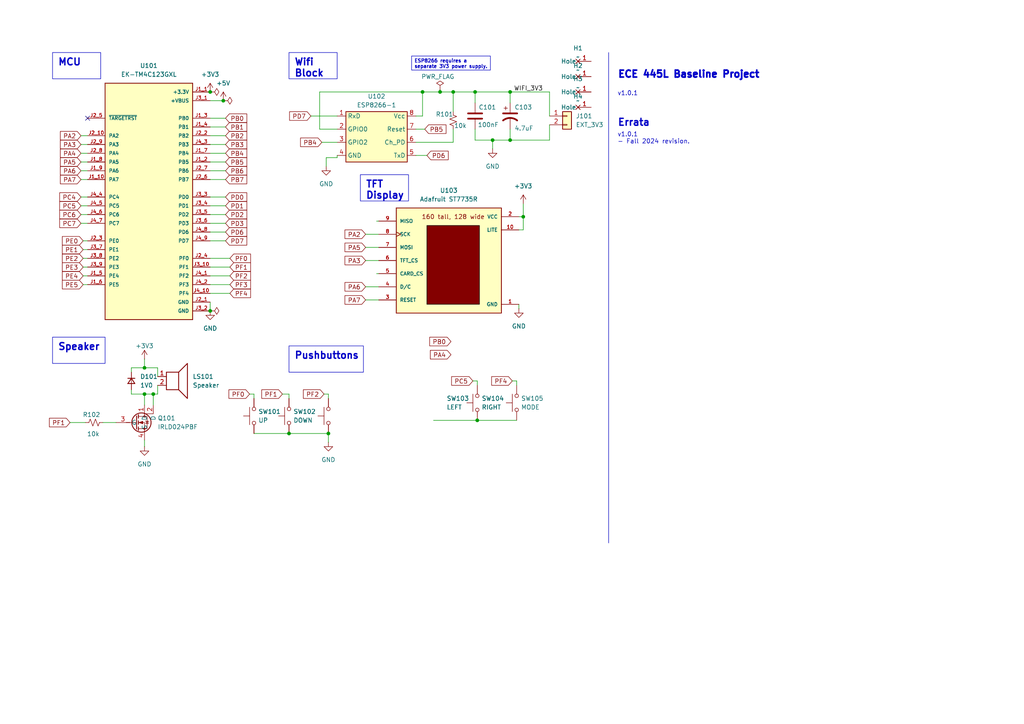
<source format=kicad_sch>
(kicad_sch (version 20231120) (generator "eeschema") (generator_version "8.0")
  (paper "A4")
  (title_block (title "ECE 445L Baseline Project") (date "2024-08-07") (rev "v1.0.1") (company "The University of Texas at Austin"))
  (lib_symbols
    (symbol "Connector_Generic:Conn_01x02" (pin_names (offset 1.016) hide)
      (property "Reference" "J" (at 0 2.54 0))
      (property "Value" "Conn_01x02" (at 0 -5.08 0))
      (symbol "Conn_01x02_1_1"
        (rectangle (start -1.27 -2.413) (end 0 -2.667) (stroke (width 0.1524)))
        (rectangle (start -1.27 0.127) (end 0 -0.127) (stroke (width 0.1524)))
        (rectangle (start -1.27 1.27) (end 1.27 -3.81) (stroke (width 0.254)) (fill (type background)))
        (pin passive line (at -5.08 0 0) (length 3.81) (name "Pin_1") (number "1"))
        (pin passive line (at -5.08 -2.54 0) (length 3.81) (name "Pin_2") (number "2"))
      )
    )
    (symbol "Device:D_Small" (pin_numbers hide) (pin_names (offset 0.254) hide)
      (property "Reference" "D" (at -1.27 2.032 0))
      (property "Value" "D_Small" (at -3.81 -2.032 0))
      (symbol "D_Small_0_1"
        (polyline (pts (xy -0.762 -1.016) (xy -0.762 1.016)) (stroke (width 0.254)))
        (polyline (pts (xy -0.762 0) (xy 0.762 0)))
        (polyline (pts (xy 0.762 -1.016) (xy -0.762 0) (xy 0.762 1.016) (xy 0.762 -1.016)) (stroke (width 0.254)))
      )
      (symbol "D_Small_1_1"
        (pin passive line (at -2.54 0 0) (length 1.778) (name "K") (number "1"))
        (pin passive line (at 2.54 0 180) (length 1.778) (name "A") (number "2"))
      )
    )
    (symbol "Device:Speaker" (pin_names (offset 0) hide)
      (property "Reference" "LS" (at 1.27 5.715 0))
      (property "Value" "Speaker" (at 1.27 3.81 0))
      (symbol "Speaker_0_0"
        (rectangle (start -2.54 1.27) (end 1.016 -3.81) (stroke (width 0.254)))
        (polyline (pts (xy 1.016 1.27) (xy 3.556 3.81) (xy 3.556 -6.35) (xy 1.016 -3.81)) (stroke (width 0.254)))
      )
      (symbol "Speaker_1_1"
        (pin input line (at -5.08 0 0) (length 2.54) (name "1") (number "1"))
        (pin input line (at -5.08 -2.54 0) (length 2.54) (name "2") (number "2"))
      )
    )
    (symbol "ECE445L:Adafruit_ST7735R" (pin_names (offset 1.016))
      (property "Reference" "U?" (at -15.24 16.002 0))
      (property "Value" "Adafruit ST7735R" (at -15.24 -17.78 0))
      (symbol "Adafruit_ST7735R_0_0"
        (rectangle (start -15.24 15.24) (end 15.24 -15.24) (stroke (width 0.254)) (fill (type background)))
      )
      (symbol "Adafruit_ST7735R_1_0"
        (pin power_in line (at 20.32 -12.7 180) (length 5.08) (name "GND") (number "1"))
        (pin power_in line (at 20.32 8.89 180) (length 5.08) (name "LITE") (number "10"))
        (pin power_in line (at 20.32 12.7 180) (length 5.08) (name "VCC") (number "2"))
        (pin input line (at -20.32 -11.43 0) (length 5.08) (name "RESET") (number "3"))
        (pin input line (at -20.32 -7.62 0) (length 5.08) (name "D/C") (number "4"))
        (pin input line (at -20.32 -3.81 0) (length 5.08) (name "CARD_CS") (number "5"))
        (pin input line (at -20.32 0 0) (length 5.08) (name "TFT_CS") (number "6"))
        (pin input line (at -20.32 3.81 0) (length 5.08) (name "MOSI") (number "7"))
        (pin input clock (at -20.32 7.62 0) (length 5.08) (name "SCK") (number "8"))
        (pin output line (at -20.32 11.43 0) (length 5.08) (name "MISO") (number "9"))
      )
      (symbol "Adafruit_ST7735R_1_1"
        (rectangle (start -6.35 10.16) (end 8.89 -12.7) (stroke (width 0) (color 0 0 0 1)) (fill (type color) (color 132 0 0 1)))
        (text "160 tall, 128 wide" (at 1.27 12.7 0) (effects (font (size 1.27 1.27))))
      )
    )
    (symbol "ECE445L:C" (pin_numbers hide) (pin_names (offset 0.254))
      (property "Reference" "C" (at 0.635 2.54 0))
      (property "Value" "C" (at 0.635 -2.54 0))
      (symbol "C_0_1"
        (polyline (pts (xy -2.032 -0.762) (xy 2.032 -0.762)) (stroke (width 0.508)))
        (polyline (pts (xy -2.032 0.762) (xy 2.032 0.762)) (stroke (width 0.508)))
      )
      (symbol "C_1_1"
        (pin passive line (at 0 3.81 270) (length 2.794) (name "~") (number "1"))
        (pin passive line (at 0 -3.81 90) (length 2.794) (name "~") (number "2"))
      )
    )
    (symbol "ECE445L:C_Polarized" (pin_numbers hide) (pin_names (offset 0.254) hide)
      (property "Reference" "C" (at 0.635 2.54 0))
      (property "Value" "C_Polarized" (at 0.635 -2.54 0))
      (symbol "C_Polarized_0_1"
        (polyline (pts (xy -2.032 0.762) (xy 2.032 0.762)) (stroke (width 0.508)))
        (polyline (pts (xy -1.778 2.286) (xy -0.762 2.286)))
        (polyline (pts (xy -1.27 1.778) (xy -1.27 2.794)))
        (arc (start 2.032 -1.27) (mid 0 -0.5572) (end -2.032 -1.27) (stroke (width 0.508)))
      )
      (symbol "C_Polarized_1_1"
        (pin passive line (at 0 3.81 270) (length 2.794) (name "~") (number "1"))
        (pin passive line (at 0 -3.81 90) (length 3.302) (name "~") (number "2"))
      )
    )
    (symbol "ECE445L:EK-TM4C123GXL" (pin_names (offset 1.016))
      (property "Reference" "U?" (at -12.7367 34.3099 0))
      (property "Value" "EK-TM4C123GXL" (at -12.7129 -38.1075 0))
      (symbol "EK-TM4C123GXL_0_0"
        (rectangle (start -12.7 -35.56) (end 12.7 33.02) (stroke (width 0.254)) (fill (type background)))
        (pin power_in line (at 17.78 30.48 180) (length 5.08) (name "+3.3V") (number "J1_1"))
        (pin bidirectional line (at -17.78 5.08 0) (length 5.08) (name "PA7") (number "J1_10"))
        (pin bidirectional line (at 17.78 22.86 180) (length 5.08) (name "PB0") (number "J1_3"))
        (pin bidirectional line (at 17.78 20.32 180) (length 5.08) (name "PB1") (number "J1_4"))
        (pin bidirectional line (at -17.78 -22.86 0) (length 5.08) (name "PE4") (number "J1_5"))
        (pin bidirectional line (at -17.78 -25.4 0) (length 5.08) (name "PE5") (number "J1_6"))
        (pin bidirectional line (at 17.78 12.7 180) (length 5.08) (name "PB4") (number "J1_7"))
        (pin bidirectional line (at -17.78 10.16 0) (length 5.08) (name "PA5") (number "J1_8"))
        (pin bidirectional line (at -17.78 7.62 0) (length 5.08) (name "PA6") (number "J1_9"))
        (pin power_in line (at 17.78 -30.48 180) (length 5.08) (name "GND") (number "J2_1"))
        (pin bidirectional line (at -17.78 17.78 0) (length 5.08) (name "PA2") (number "J2_10"))
        (pin bidirectional line (at 17.78 17.78 180) (length 5.08) (name "PB2") (number "J2_2"))
        (pin bidirectional line (at -17.78 -12.7 0) (length 5.08) (name "PE0") (number "J2_3"))
        (pin bidirectional line (at 17.78 -17.78 180) (length 5.08) (name "PF0") (number "J2_4"))
        (pin input line (at -17.78 22.86 0) (length 5.08) (name "~{TARGETRST}") (number "J2_5"))
        (pin bidirectional line (at 17.78 5.08 180) (length 5.08) (name "PB7") (number "J2_6"))
        (pin bidirectional line (at 17.78 7.62 180) (length 5.08) (name "PB6") (number "J2_7"))
        (pin bidirectional line (at -17.78 12.7 0) (length 5.08) (name "PA4") (number "J2_8"))
        (pin bidirectional line (at -17.78 15.24 0) (length 5.08) (name "PA3") (number "J2_9"))
        (pin power_in line (at 17.78 27.94 180) (length 5.08) (name "+VBUS") (number "J3_1"))
        (pin bidirectional line (at 17.78 -20.32 180) (length 5.08) (name "PF1") (number "J3_10"))
        (pin power_in line (at 17.78 -33.02 180) (length 5.08) (name "GND") (number "J3_2"))
        (pin bidirectional line (at 17.78 0 180) (length 5.08) (name "PD0") (number "J3_3"))
        (pin bidirectional line (at 17.78 -2.54 180) (length 5.08) (name "PD1") (number "J3_4"))
        (pin bidirectional line (at 17.78 -5.08 180) (length 5.08) (name "PD2") (number "J3_5"))
        (pin bidirectional line (at 17.78 -7.62 180) (length 5.08) (name "PD3") (number "J3_6"))
        (pin bidirectional line (at -17.78 -15.24 0) (length 5.08) (name "PE1") (number "J3_7"))
        (pin bidirectional line (at -17.78 -17.78 0) (length 5.08) (name "PE2") (number "J3_8"))
        (pin bidirectional line (at -17.78 -20.32 0) (length 5.08) (name "PE3") (number "J3_9"))
        (pin bidirectional line (at 17.78 -22.86 180) (length 5.08) (name "PF2") (number "J4_1"))
        (pin bidirectional line (at 17.78 -27.94 180) (length 5.08) (name "PF4") (number "J4_10"))
        (pin bidirectional line (at 17.78 -25.4 180) (length 5.08) (name "PF3") (number "J4_2"))
        (pin bidirectional line (at 17.78 15.24 180) (length 5.08) (name "PB3") (number "J4_3"))
        (pin bidirectional line (at -17.78 0 0) (length 5.08) (name "PC4") (number "J4_4"))
        (pin bidirectional line (at -17.78 -2.54 0) (length 5.08) (name "PC5") (number "J4_5"))
        (pin bidirectional line (at -17.78 -5.08 0) (length 5.08) (name "PC6") (number "J4_6"))
        (pin bidirectional line (at -17.78 -7.62 0) (length 5.08) (name "PC7") (number "J4_7"))
        (pin bidirectional line (at 17.78 -10.16 180) (length 5.08) (name "PD6") (number "J4_8"))
        (pin bidirectional line (at 17.78 -12.7 180) (length 5.08) (name "PD7") (number "J4_9"))
      )
      (symbol "EK-TM4C123GXL_1_0"
        (pin bidirectional line (at 17.78 10.16 180) (length 5.08) (name "PB5") (number "J1_2"))
      )
    )
    (symbol "ECE445L:ESP8266-1"
      (property "Reference" "U" (at 0 0 0))
      (property "Value" "ESP8266-1" (at 0 8.255 0))
      (symbol "ESP8266-1_1_1"
        (rectangle (start -8.255 6.985) (end 9.525 -7.62) (stroke (width 0.254)) (fill (type background)))
        (pin passive line (at -10.795 5.715 0) (length 2.54) (name "RxD") (number "1"))
        (pin passive line (at -10.795 1.905 0) (length 2.54) (name "GPIO0") (number "2"))
        (pin passive line (at -10.795 -1.905 0) (length 2.54) (name "GPIO2") (number "3"))
        (pin passive line (at -10.795 -5.715 0) (length 2.54) (name "GND") (number "4"))
        (pin passive line (at 12.065 -5.715 180) (length 2.54) (name "TxD") (number "5"))
        (pin passive line (at 12.065 -1.905 180) (length 2.54) (name "Ch_PD") (number "6"))
        (pin passive line (at 12.065 1.905 180) (length 2.54) (name "Reset") (number "7"))
        (pin passive line (at 12.065 5.715 180) (length 2.54) (name "Vcc") (number "8"))
      )
    )
    (symbol "ECE445L:IRLD024PBF"
      (property "Reference" "Q" (at 6.35 5.715 0))
      (property "Value" "IRLD024PBF" (at 16.51 -1.905 0))
      (symbol "IRLD024PBF_0_1"
        (polyline (pts (xy 11.43 0.635) (xy 8.636 0.635)))
        (polyline (pts (xy 11.684 2.54) (xy 11.684 -1.27)) (stroke (width 0.254)))
        (polyline (pts (xy 12.192 -0.635) (xy 12.192 -1.651)) (stroke (width 0.254)))
        (polyline (pts (xy 12.192 1.143) (xy 12.192 0.127)) (stroke (width 0.254)))
        (polyline (pts (xy 12.192 2.921) (xy 12.192 1.905)) (stroke (width 0.254)))
        (polyline (pts (xy 13.97 3.175) (xy 13.97 2.413)))
        (polyline (pts (xy 16.51 3.175) (xy 13.97 3.175)))
        (polyline (pts (xy 13.97 -1.905) (xy 13.97 0.635) (xy 12.192 0.635)))
        (polyline (pts (xy 12.192 -1.143) (xy 14.732 -1.143) (xy 14.732 2.413) (xy 12.192 2.413)))
        (polyline (pts (xy 12.446 0.635) (xy 13.462 1.016) (xy 13.462 0.254) (xy 12.446 0.635)) (fill (type outline)))
        (polyline (pts (xy 14.224 1.143) (xy 14.351 1.016) (xy 15.113 1.016) (xy 15.24 0.889)))
        (polyline (pts (xy 14.732 1.016) (xy 14.351 0.381) (xy 15.113 0.381) (xy 14.732 1.016)))
        (circle (center 13.081 0.635) (radius 2.794) (stroke (width 0.254)))
        (circle (center 13.97 -1.143) (radius 0.254) (fill (type outline)))
        (circle (center 13.97 2.413) (radius 0.254) (fill (type outline)))
      )
      (symbol "IRLD024PBF_1_1"
        (pin passive line (at 13.97 5.715 270) (length 2.54) (name "D") (number "1"))
        (pin passive line (at 16.51 5.715 270) (length 2.54) (name "D") (number "2"))
        (pin input line (at 5.715 0.635 0) (length 4) (name "G") (number "3"))
        (pin passive line (at 13.97 -4.445 90) (length 2.54) (name "S") (number "4"))
      )
    )
    (symbol "ECE445L:MountingHole"
      (property "Reference" "H" (at 0 0 0))
      (symbol "MountingHole_1_1"
        (pin power_in non_logic (at 0 0 180) (length 3.81) (name "Hole") (number "1"))
      )
    )
    (symbol "ECE445L:R_0.125W" (pin_numbers hide) (pin_names (offset 0.254) hide)
      (property "Reference" "R" (at 0.762 0.508 0))
      (property "Value" "R_0.125W" (at 0.762 -1.016 0))
      (symbol "R_0.125W_1_1"
        (polyline (pts (xy 0 0) (xy 1.016 -0.381) (xy 0 -0.762) (xy -1.016 -1.143) (xy 0 -1.524)))
        (polyline (pts (xy 0 1.524) (xy 1.016 1.143) (xy 0 0.762) (xy -1.016 0.381) (xy 0 0)))
        (pin passive line (at 0 2.54 270) (length 1.016) (name "~") (number "1"))
        (pin passive line (at 0 -2.54 90) (length 1.016) (name "~") (number "2"))
      )
    )
    (symbol "Switch:SW_Push" (pin_numbers hide) (pin_names (offset 1.016) hide)
      (property "Reference" "SW" (at 1.27 2.54 0))
      (property "Value" "SW_Push" (at 0 -1.524 0))
      (symbol "SW_Push_0_1"
        (circle (center -2.032 0) (radius 0.508))
        (polyline (pts (xy 0 1.27) (xy 0 3.048)))
        (polyline (pts (xy 2.54 1.27) (xy -2.54 1.27)))
        (circle (center 2.032 0) (radius 0.508))
        (pin passive line (at -5.08 0 0) (length 2.54) (name "1") (number "1"))
        (pin passive line (at 5.08 0 180) (length 2.54) (name "2") (number "2"))
      )
    )
    (symbol "power:+3V3" (power) (pin_numbers hide) (pin_names (offset 0) hide)
      (property "Value" "+3V3" (at 0 3.556 0))
      (symbol "+3V3_0_1"
        (polyline (pts (xy -0.762 1.27) (xy 0 2.54)))
        (polyline (pts (xy 0 0) (xy 0 2.54)))
        (polyline (pts (xy 0 2.54) (xy 0.762 1.27)))
      )
      (symbol "+3V3_1_1"
        (pin power_in line (at 0 0 90) (length 0) (name "~") (number "1"))
      )
    )
    (symbol "power:+5V" (power) (pin_numbers hide) (pin_names (offset 0) hide)
      (property "Value" "+5V" (at 0 3.556 0))
      (symbol "+5V_0_1"
        (polyline (pts (xy -0.762 1.27) (xy 0 2.54)))
        (polyline (pts (xy 0 0) (xy 0 2.54)))
        (polyline (pts (xy 0 2.54) (xy 0.762 1.27)))
      )
      (symbol "+5V_1_1"
        (pin power_in line (at 0 0 90) (length 0) (name "~") (number "1"))
      )
    )
    (symbol "power:GND" (power) (pin_numbers hide) (pin_names (offset 0) hide)
      (property "Value" "GND" (at 0 -3.81 0))
      (symbol "GND_0_1"
        (polyline (pts (xy 0 0) (xy 0 -1.27) (xy 1.27 -1.27) (xy 0 -2.54) (xy -1.27 -1.27) (xy 0 -1.27)))
      )
      (symbol "GND_1_1"
        (pin power_in line (at 0 0 270) (length 0) (name "~") (number "1"))
      )
    )
    (symbol "power:PWR_FLAG" (power) (pin_numbers hide) (pin_names (offset 0) hide)
      (property "Value" "PWR_FLAG" (at 0 3.81 0))
      (symbol "PWR_FLAG_0_0"
        (pin power_out line (at 0 0 90) (length 0) (name "~") (number "1"))
      )
      (symbol "PWR_FLAG_0_1"
        (polyline (pts (xy 0 0) (xy 0 1.27) (xy -1.016 1.905) (xy 0 2.54) (xy 1.016 1.905) (xy 0 1.27)))
      )
    )
  )
  (junction (at 60.96 26.67))
  (junction (at 95.25 125.73))
  (junction (at 127.635 26.67))
  (junction (at 147.955 26.67))
  (junction (at 41.91 106.68))
  (junction (at 44.45 114.3))
  (junction (at 122.555 26.67))
  (junction (at 137.795 26.67))
  (junction (at 147.955 40.64))
  (junction (at 60.96 90.17))
  (junction (at 41.91 114.3))
  (junction (at 142.875 40.64))
  (junction (at 131.445 26.67))
  (junction (at 83.82 125.73))
  (junction (at 138.43 121.92))
  (junction (at 151.765 62.865))
  (junction (at 64.77 29.21))
  (no_connect (at 25.4 34.29))
  (wire (pts (xy 60.96 41.91) (xy 65.405 41.91)))
  (wire (pts (xy 106.045 71.755) (xy 109.855 71.755)))
  (wire (pts (xy 93.345 41.275) (xy 97.79 41.275)))
  (wire (pts (xy 81.915 114.3) (xy 83.82 114.3)))
  (wire (pts (xy 73.66 114.3) (xy 73.66 115.57)))
  (wire (pts (xy 149.86 110.49) (xy 149.86 111.76)))
  (wire (pts (xy 60.96 52.07) (xy 65.405 52.07)))
  (wire (pts (xy 60.96 36.83) (xy 65.405 36.83)))
  (wire (pts (xy 95.25 125.73) (xy 95.25 128.27)))
  (wire (pts (xy 20.32 122.555) (xy 24.765 122.555)))
  (wire (pts (xy 38.1 106.68) (xy 41.91 106.68)))
  (wire (pts (xy 94.615 45.72) (xy 94.615 48.26)))
  (wire (pts (xy 60.96 69.85) (xy 65.405 69.85)))
  (wire (pts (xy 131.445 41.275) (xy 131.445 37.465)))
  (wire (pts (xy 23.495 64.77) (xy 25.4 64.77)))
  (wire (pts (xy 147.955 40.64) (xy 159.385 40.64)))
  (wire (pts (xy 120.65 45.085) (xy 123.825 45.085)))
  (wire (pts (xy 60.96 77.47) (xy 66.675 77.47)))
  (wire (pts (xy 45.72 111.76) (xy 45.72 114.3)))
  (wire (pts (xy 92.71 26.67) (xy 92.71 37.465)))
  (wire (pts (xy 106.045 75.565) (xy 109.855 75.565)))
  (wire (pts (xy 24.13 77.47) (xy 25.4 77.47)))
  (wire (pts (xy 73.66 125.73) (xy 83.82 125.73)))
  (wire (pts (xy 23.495 62.23) (xy 25.4 62.23)))
  (wire (pts (xy 97.79 45.72) (xy 94.615 45.72)))
  (wire (pts (xy 23.495 41.91) (xy 25.4 41.91)))
  (wire (pts (xy 142.875 40.64) (xy 137.795 40.64)))
  (wire (pts (xy 41.91 104.14) (xy 41.91 106.68)))
  (wire (pts (xy 29.845 122.555) (xy 33.655 122.555)))
  (wire (pts (xy 60.96 39.37) (xy 65.405 39.37)))
  (wire (pts (xy 109.22 79.375) (xy 109.855 79.375)))
  (wire (pts (xy 60.96 87.63) (xy 60.96 90.17)))
  (wire (pts (xy 41.91 114.3) (xy 44.45 114.3)))
  (wire (pts (xy 131.445 26.67) (xy 127.635 26.67)))
  (wire (pts (xy 24.13 72.39) (xy 25.4 72.39)))
  (wire (pts (xy 72.39 114.3) (xy 73.66 114.3)))
  (wire (pts (xy 38.1 106.68) (xy 38.1 107.95)))
  (wire (pts (xy 60.96 85.09) (xy 66.675 85.09)))
  (wire (pts (xy 24.13 69.85) (xy 25.4 69.85)))
  (wire (pts (xy 38.1 114.3) (xy 41.91 114.3)))
  (wire (pts (xy 127.635 26.035) (xy 127.635 26.67)))
  (wire (pts (xy 23.495 49.53) (xy 25.4 49.53)))
  (wire (pts (xy 60.96 80.01) (xy 66.675 80.01)))
  (wire (pts (xy 120.65 33.655) (xy 122.555 33.655)))
  (wire (pts (xy 60.96 34.29) (xy 65.405 34.29)))
  (wire (pts (xy 151.765 59.055) (xy 151.765 62.865)))
  (wire (pts (xy 148.59 110.49) (xy 149.86 110.49)))
  (wire (pts (xy 24.13 80.01) (xy 25.4 80.01)))
  (wire (pts (xy 106.045 67.945) (xy 109.855 67.945)))
  (wire (pts (xy 83.82 114.3) (xy 83.82 115.57)))
  (wire (pts (xy 97.79 45.085) (xy 97.79 45.72)))
  (wire (pts (xy 23.495 39.37) (xy 25.4 39.37)))
  (wire (pts (xy 83.82 125.73) (xy 95.25 125.73)))
  (wire (pts (xy 137.16 110.49) (xy 138.43 110.49)))
  (wire (pts (xy 120.65 37.465) (xy 123.19 37.465)))
  (wire (pts (xy 23.495 44.45) (xy 25.4 44.45)))
  (wire (pts (xy 90.17 33.655) (xy 97.79 33.655)))
  (wire (pts (xy 60.96 29.21) (xy 64.77 29.21)))
  (wire (pts (xy 142.875 40.64) (xy 147.955 40.64)))
  (wire (pts (xy 137.795 26.67) (xy 131.445 26.67)))
  (polyline (pts (xy 176.53 15.24) (xy 176.53 157.48)))
  (wire (pts (xy 24.13 82.55) (xy 25.4 82.55)))
  (wire (pts (xy 23.495 52.07) (xy 25.4 52.07)))
  (wire (pts (xy 106.045 83.185) (xy 109.855 83.185)))
  (wire (pts (xy 151.765 66.675) (xy 151.765 62.865)))
  (wire (pts (xy 109.22 64.135) (xy 109.855 64.135)))
  (wire (pts (xy 147.955 26.67) (xy 137.795 26.67)))
  (wire (pts (xy 106.045 86.995) (xy 109.855 86.995)))
  (wire (pts (xy 44.45 114.3) (xy 45.72 114.3)))
  (wire (pts (xy 23.495 46.99) (xy 25.4 46.99)))
  (wire (pts (xy 93.98 114.3) (xy 95.25 114.3)))
  (wire (pts (xy 127.635 26.67) (xy 122.555 26.67)))
  (wire (pts (xy 138.43 121.92) (xy 149.86 121.92)))
  (wire (pts (xy 150.495 66.675) (xy 151.765 66.675)))
  (wire (pts (xy 137.795 40.64) (xy 137.795 37.465)))
  (wire (pts (xy 159.385 36.195) (xy 159.385 40.64)))
  (wire (pts (xy 97.79 37.465) (xy 92.71 37.465)))
  (wire (pts (xy 60.96 64.77) (xy 65.405 64.77)))
  (wire (pts (xy 150.495 88.265) (xy 150.495 89.535)))
  (wire (pts (xy 137.795 26.67) (xy 137.795 29.845)))
  (wire (pts (xy 120.65 41.275) (xy 131.445 41.275)))
  (wire (pts (xy 41.91 114.3) (xy 41.91 117.475)))
  (wire (pts (xy 142.875 43.18) (xy 142.875 40.64)))
  (wire (pts (xy 95.25 114.3) (xy 95.25 115.57)))
  (wire (pts (xy 122.555 33.655) (xy 122.555 26.67)))
  (wire (pts (xy 60.96 82.55) (xy 66.675 82.55)))
  (wire (pts (xy 60.96 74.93) (xy 66.675 74.93)))
  (wire (pts (xy 138.43 110.49) (xy 138.43 111.76)))
  (wire (pts (xy 131.445 26.67) (xy 131.445 32.385)))
  (wire (pts (xy 44.45 114.3) (xy 44.45 117.475)))
  (wire (pts (xy 60.96 44.45) (xy 65.405 44.45)))
  (wire (pts (xy 60.96 67.31) (xy 65.405 67.31)))
  (wire (pts (xy 60.96 57.15) (xy 65.405 57.15)))
  (wire (pts (xy 23.495 57.15) (xy 25.4 57.15)))
  (wire (pts (xy 45.72 106.68) (xy 45.72 109.22)))
  (wire (pts (xy 41.91 127.635) (xy 41.91 129.54)))
  (wire (pts (xy 147.955 40.64) (xy 147.955 37.465)))
  (wire (pts (xy 125.73 121.92) (xy 138.43 121.92)))
  (wire (pts (xy 60.96 59.69) (xy 65.405 59.69)))
  (wire (pts (xy 147.955 26.67) (xy 147.955 29.845)))
  (wire (pts (xy 122.555 26.67) (xy 92.71 26.67)))
  (wire (pts (xy 23.495 59.69) (xy 25.4 59.69)))
  (wire (pts (xy 60.96 46.99) (xy 65.405 46.99)))
  (wire (pts (xy 159.385 26.67) (xy 159.385 33.655)))
  (wire (pts (xy 150.495 62.865) (xy 151.765 62.865)))
  (wire (pts (xy 60.96 62.23) (xy 65.405 62.23)))
  (wire (pts (xy 41.91 106.68) (xy 45.72 106.68)))
  (wire (pts (xy 60.96 49.53) (xy 65.405 49.53)))
  (wire (pts (xy 24.13 74.93) (xy 25.4 74.93)))
  (wire (pts (xy 159.385 26.67) (xy 147.955 26.67)))
  (wire (pts (xy 38.1 114.3) (xy 38.1 113.03)))
  (text_box "MCU" (at 15.24 15.24 0) (size 13.97 7.62) (effects (font (size 2 2) (thickness 0.4) (bold yes)) (justify left top)))
  (text_box "ESP8266 requires a separate 3V3 power supply." (at 119.38 16.256 0) (size 22.86 4.064) (effects (font (size 1 1) (bold yes)) (justify left top)))
  (text_box "Speaker" (at 15.24 97.79 0) (size 15.24 7.62) (effects (font (size 2 2) (thickness 0.4) (bold yes)) (justify left top)))
  (text_box "Pushbuttons" (at 83.82 100.33 0) (size 21.59 7.62) (effects (font (size 2 2) (thickness 0.4) (bold yes)) (justify left top)))
  (text_box "TFT Display" (at 104.521 50.673 0) (size 13.97 7.62) (effects (font (size 2 2) (thickness 0.4) (bold yes)) (justify left top)))
  (text_box "Wifi Block" (at 83.82 15.24 0) (size 13.97 7.62) (effects (font (size 2 2) (thickness 0.4) (bold yes)) (justify left top)))
  (text "v1.0.1\n- Fall 2024 revision." (at 179.07 41.91 0) (effects (font (size 1.27 1.27)) (justify left bottom)))
  (text "ECE 445L Baseline Project" (at 179.07 22.86 0) (effects (font (size 2 2) (thickness 0.6) (bold yes)) (justify left bottom)))
  (text "v1.0.1" (at 179.07 27.94 0) (effects (font (size 1.27 1.27)) (justify left bottom)))
  (text "Errata" (at 179.07 36.83 0) (effects (font (size 2 2) (thickness 0.4) (bold yes)) (justify left bottom)))
  (label "WIFI_3V3" (at 157.48 26.67 180))
  (global_label "PC5" (shape input) (at 23.495 59.69 180) (property "Intersheetrefs" "${INTERSHEET_REFS}" (effects (hide yes))))
  (global_label "PB6" (shape input) (at 65.405 49.53 0) (property "Intersheetrefs" "${INTERSHEET_REFS}" (effects (hide yes))))
  (global_label "PB2" (shape input) (at 65.405 39.37 0) (property "Intersheetrefs" "${INTERSHEET_REFS}" (effects (hide yes))))
  (global_label "PA7" (shape input) (at 23.495 52.07 180) (property "Intersheetrefs" "${INTERSHEET_REFS}" (effects (hide yes))))
  (global_label "PA4" (shape input) (at 23.495 44.45 180) (property "Intersheetrefs" "${INTERSHEET_REFS}" (effects (hide yes))))
  (global_label "PB5" (shape input) (at 65.405 46.99 0) (property "Intersheetrefs" "${INTERSHEET_REFS}" (effects (hide yes))))
  (global_label "PB3" (shape input) (at 65.405 41.91 0) (property "Intersheetrefs" "${INTERSHEET_REFS}" (effects (hide yes))))
  (global_label "PD7" (shape input) (at 65.405 69.85 0) (property "Intersheetrefs" "${INTERSHEET_REFS}" (effects (hide yes))))
  (global_label "PE0" (shape input) (at 24.13 69.85 180) (property "Intersheetrefs" "${INTERSHEET_REFS}" (effects (hide yes))))
  (global_label "PD1" (shape input) (at 65.405 59.69 0) (property "Intersheetrefs" "${INTERSHEET_REFS}" (effects (hide yes))))
  (global_label "PF4" (shape input) (at 66.675 85.09 0) (property "Intersheetrefs" "${INTERSHEET_REFS}" (effects (hide yes))))
  (global_label "PE3" (shape input) (at 24.13 77.47 180) (property "Intersheetrefs" "${INTERSHEET_REFS}" (effects (hide yes))))
  (global_label "PC7" (shape input) (at 23.495 64.77 180) (property "Intersheetrefs" "${INTERSHEET_REFS}" (effects (hide yes))))
  (global_label "PA2" (shape input) (at 106.045 67.945 180) (property "Intersheetrefs" "${INTERSHEET_REFS}" (effects (hide yes))))
  (global_label "PD7" (shape input) (at 90.17 33.655 180) (property "Intersheetrefs" "${INTERSHEET_REFS}" (effects (hide yes))))
  (global_label "PB4" (shape input) (at 93.345 41.275 180) (property "Intersheetrefs" "${INTERSHEET_REFS}" (effects (hide yes))))
  (global_label "PF1" (shape input) (at 81.915 114.3 180) (property "Intersheetrefs" "${INTERSHEET_REFS}" (effects (hide yes))))
  (global_label "PE2" (shape input) (at 24.13 74.93 180) (property "Intersheetrefs" "${INTERSHEET_REFS}" (effects (hide yes))))
  (global_label "PA3" (shape input) (at 23.495 41.91 180) (property "Intersheetrefs" "${INTERSHEET_REFS}" (effects (hide yes))))
  (global_label "PE4" (shape input) (at 24.13 80.01 180) (property "Intersheetrefs" "${INTERSHEET_REFS}" (effects (hide yes))))
  (global_label "PC4" (shape input) (at 23.495 57.15 180) (property "Intersheetrefs" "${INTERSHEET_REFS}" (effects (hide yes))))
  (global_label "PB0" (shape input) (at 65.405 34.29 0) (property "Intersheetrefs" "${INTERSHEET_REFS}" (effects (hide yes))))
  (global_label "PE1" (shape input) (at 24.13 72.39 180) (property "Intersheetrefs" "${INTERSHEET_REFS}" (effects (hide yes))))
  (global_label "PF3" (shape input) (at 66.675 82.55 0) (property "Intersheetrefs" "${INTERSHEET_REFS}" (effects (hide yes))))
  (global_label "PF0" (shape input) (at 72.39 114.3 180) (property "Intersheetrefs" "${INTERSHEET_REFS}" (effects (hide yes))))
  (global_label "PD3" (shape input) (at 65.405 64.77 0) (property "Intersheetrefs" "${INTERSHEET_REFS}" (effects (hide yes))))
  (global_label "PF2" (shape input) (at 93.98 114.3 180) (property "Intersheetrefs" "${INTERSHEET_REFS}" (effects (hide yes))))
  (global_label "PD0" (shape input) (at 65.405 57.15 0) (property "Intersheetrefs" "${INTERSHEET_REFS}" (effects (hide yes))))
  (global_label "PB7" (shape input) (at 65.405 52.07 0) (property "Intersheetrefs" "${INTERSHEET_REFS}" (effects (hide yes))))
  (global_label "PD6" (shape input) (at 123.825 45.085 0) (property "Intersheetrefs" "${INTERSHEET_REFS}" (effects (hide yes))))
  (global_label "PA2" (shape input) (at 23.495 39.37 180) (property "Intersheetrefs" "${INTERSHEET_REFS}" (effects (hide yes))))
  (global_label "PA7" (shape input) (at 106.045 86.995 180) (property "Intersheetrefs" "${INTERSHEET_REFS}" (effects (hide yes))))
  (global_label "PF1" (shape input) (at 20.32 122.555 180) (property "Intersheetrefs" "${INTERSHEET_REFS}" (effects (hide yes))))
  (global_label "PA6" (shape input) (at 106.045 83.185 180) (property "Intersheetrefs" "${INTERSHEET_REFS}" (effects (hide yes))))
  (global_label "PF0" (shape input) (at 66.675 74.93 0) (property "Intersheetrefs" "${INTERSHEET_REFS}" (effects (hide yes))))
  (global_label "PC6" (shape input) (at 23.495 62.23 180) (property "Intersheetrefs" "${INTERSHEET_REFS}" (effects (hide yes))))
  (global_label "PC5" (shape input) (at 137.16 110.49 180) (property "Intersheetrefs" "${INTERSHEET_REFS}" (effects (hide yes))))
  (global_label "PE5" (shape input) (at 24.13 82.55 180) (property "Intersheetrefs" "${INTERSHEET_REFS}" (effects (hide yes))))
  (global_label "PF4" (shape input) (at 148.59 110.49 180) (property "Intersheetrefs" "${INTERSHEET_REFS}" (effects (hide yes))))
  (global_label "PB5" (shape input) (at 123.19 37.465 0) (property "Intersheetrefs" "${INTERSHEET_REFS}" (effects (hide yes))))
  (global_label "PA3" (shape input) (at 106.045 75.565 180) (property "Intersheetrefs" "${INTERSHEET_REFS}" (effects (hide yes))))
  (global_label "PD6" (shape input) (at 65.405 67.31 0) (property "Intersheetrefs" "${INTERSHEET_REFS}" (effects (hide yes))))
  (global_label "PA4" (shape input) (at 130.81 102.87 180) (property "Intersheetrefs" "${INTERSHEET_REFS}" (effects (hide yes))))
  (global_label "PF1" (shape input) (at 66.675 77.47 0) (property "Intersheetrefs" "${INTERSHEET_REFS}" (effects (hide yes))))
  (global_label "PB1" (shape input) (at 65.405 36.83 0) (property "Intersheetrefs" "${INTERSHEET_REFS}" (effects (hide yes))))
  (global_label "PA6" (shape input) (at 23.495 49.53 180) (property "Intersheetrefs" "${INTERSHEET_REFS}" (effects (hide yes))))
  (global_label "PA5" (shape input) (at 106.045 71.755 180) (property "Intersheetrefs" "${INTERSHEET_REFS}" (effects (hide yes))))
  (global_label "PD2" (shape input) (at 65.405 62.23 0) (property "Intersheetrefs" "${INTERSHEET_REFS}" (effects (hide yes))))
  (global_label "PF2" (shape input) (at 66.675 80.01 0) (property "Intersheetrefs" "${INTERSHEET_REFS}" (effects (hide yes))))
  (global_label "PB0" (shape input) (at 130.81 99.06 180) (property "Intersheetrefs" "${INTERSHEET_REFS}" (effects (hide yes))))
  (global_label "PB4" (shape input) (at 65.405 44.45 0) (property "Intersheetrefs" "${INTERSHEET_REFS}" (effects (hide yes))))
  (global_label "PA5" (shape input) (at 23.495 46.99 180) (property "Intersheetrefs" "${INTERSHEET_REFS}" (effects (hide yes))))
  (symbol (lib_id "power:PWR_FLAG") (at 60.96 90.17 270) (unit 1)
    (property "Reference" "#FLG0102" (effects (hide yes)))
    (property "Value" "PWR_FLAG" (effects (hide yes)))
    (property "Description" "Special symbol for telling ERC where power comes from" (effects (hide yes)))
  )
  (symbol (lib_id "Device:D_Small") (at 38.1 110.49 270) (unit 1)
    (property "Reference" "D101" (at 40.64 109.22 90) (effects (justify left)))
    (property "Value" "1V0" (at 40.64 111.76 90) (effects (justify left)))
    (property "Footprint" "Diode_THT:D_5W_P12.70mm_Horizontal" (effects (hide yes)))
    (property "Description" "Diode, small symbol" (effects (hide yes)))
    (property "Cost" "0.10 " (effects (hide yes)))
    (property "Distributor" "Mouser" (effects (hide yes)))
    (property "Manufacturer" "onsemi" (effects (hide yes)))
    (property "P/N" "1N914 " (effects (hide yes)))
    (property "Sim.Device" "D" (effects (hide yes)))
    (property "Sim.Pins" "1=K 2=A" (effects (hide yes)))
  )
  (symbol (lib_id "ECE445L:EK-TM4C123GXL") (at 43.18 57.15 0) (unit 1)
    (property "Reference" "U101" (at 43.18 19.05 0))
    (property "Value" "EK-TM4C123GXL" (at 43.18 21.59 0))
    (property "Footprint" "ECE445L:ti_EKTM4C123GXL" (effects (hide yes)))
    (property "Datasheet" "https://www.ti.com/lit/ds/symlink/tm4c123gh6pm.pdf?ts=1693244962384&ref_url=https%253A%252F%252Fwww.google.com%252F" (effects (hide yes)))
    (property "Distributor" "Mouser" (effects (hide yes)))
    (property "Manufacturer" "Texas Instruments" (effects (hide yes)))
    (property "P/N" "EK-TM4C123GXL" (effects (hide yes)))
    (property "Cost" "22.60" (effects (hide yes)))
  )
  (symbol (lib_id "ECE445L:IRLD024PBF") (at 27.94 123.19 0) (unit 1)
    (property "Reference" "Q101" (at 45.72 121.2849 0) (effects (justify left)))
    (property "Value" "IRLD024PBF" (at 45.72 123.8249 0) (effects (justify left)))
    (property "Footprint" "ECE445L:DIP920W60P254L490H457Q4N" (effects (hide yes)))
    (property "Datasheet" "http://www.vishay.com/docs/91308/sihld24.pdf" (effects (hide yes)))
    (property "Description" "Vishay IRLD024PBF N-channel MOSFET Transistor, 2.5 A, 60 V, 4-Pin HVMDIP" (effects (hide yes)))
    (property "Cost" "1.67" (effects (hide yes)))
    (property "Distributor" "Mouser" (effects (hide yes)))
    (property "Manufacturer" "Vishay" (effects (hide yes)))
    (property "P/N" "IRLD024PBF" (effects (hide yes)))
    (property "Sim.Device" "NMOS" (effects (hide yes)))
    (property "Sim.Type" "VDMOS" (effects (hide yes)))
    (property "Sim.Pins" "1=D 2=G 3=S" (effects (hide yes)))
    (property "Height" "4.57" (effects (hide yes)))
    (property "Mouser Part Number" "844-IRLD024PBF" (effects (hide yes)))
    (property "Mouser Price/Stock" "https://www.mouser.co.uk/ProductDetail/Vishay-Siliconix/IRLD024PBF?qs=cvaI6ThkwxvrmVanJu5OcQ%3D%3D" (effects (hide yes)))
    (property "Manufacturer_Name" "Vishay" (effects (hide yes)))
    (property "Manufacturer_Part_Number" "IRLD024PBF" (effects (hide yes)))
  )
  (symbol (lib_id "power:PWR_FLAG") (at 64.77 29.21 270) (unit 1)
    (property "Reference" "#FLG0103" (effects (hide yes)))
    (property "Value" "PWR_FLAG" (effects (hide yes)))
    (property "Description" "Special symbol for telling ERC where power comes from" (effects (hide yes)))
  )
  (symbol (lib_id "Switch:SW_Push") (at 73.66 120.65 90) (unit 1)
    (property "Reference" "SW101" (at 74.93 119.38 90) (effects (justify right)))
    (property "Value" "UP" (at 74.93 121.92 90) (effects (justify right)))
    (property "Footprint" "Button_Switch_THT:SW_PUSH_6mm" (effects (hide yes)))
    (property "Description" "Push button switch, generic, two pins" (effects (hide yes)))
  )
  (symbol (lib_id "ECE445L:MountingHole") (at 171.45 22.225 0) (unit 1)
    (property "Reference" "H2" (at 167.64 19.05 0))
    (property "Value" "~" (at 167.64 20.32 0))
    (property "Footprint" "ECE445L:MountingHole_4_40" (effects (hide yes)))
    (property "Description" "Drill hole for 4-40 screw" (effects (hide yes)))
  )
  (symbol (lib_id "Connector_Generic:Conn_01x02") (at 164.465 33.655 0) (unit 1)
    (property "Reference" "J101" (at 167.005 33.655 0) (effects (justify left)))
    (property "Value" "EXT_3V3" (at 167.005 36.195 0) (effects (justify left)))
    (property "Footprint" "Connector_Samtec_HPM_THT:Samtec_HPM-02-01-x-S_Straight_1x02_Pitch5.08mm" (effects (hide yes)))
    (property "Description" "Generic connector, single row, 01x02, script generated (kicad-library-utils/schlib/autogen/connector/)" (effects (hide yes)))
  )
  (symbol (lib_id "ECE445L:C_Polarized") (at 147.955 33.655 0) (unit 1)
    (property "Reference" "C103" (at 149.225 31.115 0) (effects (justify left)))
    (property "Value" "4.7uF" (at 149.225 37.211 0) (effects (justify left)))
    (property "Footprint" "ECE445L:CP_Radial_Tantal200mil" (effects (hide yes)))
    (property "Description" "Polarized capacitor, US symbol" (effects (hide yes)))
  )
  (symbol (lib_id "power:GND") (at 94.615 48.26 0) (unit 1)
    (property "Reference" "#PWR03" (effects (hide yes)))
    (property "Value" "GND" (at 94.615 53.34 0))
    (property "Description" "Power symbol creates a global label with name \"GND\" , ground" (effects (hide yes)))
  )
  (symbol (lib_id "power:+5V") (at 64.77 29.21 0) (unit 1)
    (property "Reference" "#PWR0105" (effects (hide yes)))
    (property "Value" "+5V" (at 64.77 24.13 0))
    (property "Description" "Power symbol creates a global label with name \"+5V\"" (effects (hide yes)))
  )
  (symbol (lib_id "power:GND") (at 95.25 128.27 0) (unit 1)
    (property "Reference" "#PWR0107" (effects (hide yes)))
    (property "Value" "GND" (at 95.25 133.35 0))
    (property "Description" "Power symbol creates a global label with name \"GND\" , ground" (effects (hide yes)))
  )
  (symbol (lib_id "power:GND") (at 150.495 89.535 0) (unit 1)
    (property "Reference" "#PWR02" (effects (hide yes)))
    (property "Value" "GND" (at 150.495 94.615 0))
    (property "Description" "Power symbol creates a global label with name \"GND\" , ground" (effects (hide yes)))
  )
  (symbol (lib_id "ECE445L:C") (at 137.795 33.655 0) (unit 1)
    (property "Reference" "C101" (at 138.811 31.115 0) (effects (justify left)))
    (property "Value" "100nF" (at 138.557 36.195 0) (effects (justify left)))
    (property "Footprint" "ECE445L:C_Axial_200mil" (effects (hide yes)))
    (property "Description" "Unpolarized capacitor" (effects (hide yes)))
  )
  (symbol (lib_id "ECE445L:MountingHole") (at 171.45 26.67 0) (unit 1)
    (property "Reference" "H3" (at 167.64 22.86 0))
    (property "Value" "~" (at 167.64 25.4 0))
    (property "Footprint" "ECE445L:MountingHole_4_40" (effects (hide yes)))
    (property "Description" "Drill hole for 4-40 screw" (effects (hide yes)))
  )
  (symbol (lib_id "ECE445L:R_0.125W") (at 131.445 34.925 0) (unit 1)
    (property "Reference" "R101" (at 126.365 33.147 0) (effects (justify left)))
    (property "Value" "10k" (at 131.699 36.449 0) (effects (justify left)))
    (property "Footprint" "ECE445L:R_Axial_DIN0204_L3.6mm_D1.6mm_P7.62mm_Horizontal" (effects (hide yes)))
    (property "Datasheet" "https://users.ece.utexas.edu/~valvano/mspm0/CarbonFilmresistors.pdf" (effects (hide yes)))
    (property "Description" "Resistor, small US symbol" (effects (hide yes)))
  )
  (symbol (lib_id "power:+3V3") (at 151.765 59.055 0) (unit 1)
    (property "Reference" "#PWR01" (effects (hide yes)))
    (property "Value" "+3V3" (at 151.765 53.975 0))
    (property "Description" "Power symbol creates a global label with name \"+3V3\"" (effects (hide yes)))
  )
  (symbol (lib_id "Switch:SW_Push") (at 83.82 120.65 90) (unit 1)
    (property "Reference" "SW102" (at 85.09 119.38 90) (effects (justify right)))
    (property "Value" "DOWN" (at 85.09 121.92 90) (effects (justify right)))
    (property "Footprint" "Button_Switch_THT:SW_PUSH_6mm" (effects (hide yes)))
    (property "Description" "Push button switch, generic, two pins" (effects (hide yes)))
  )
  (symbol (lib_id "power:GND") (at 142.875 43.18 0) (unit 1)
    (property "Reference" "#PWR0108" (effects (hide yes)))
    (property "Value" "GND" (at 142.875 48.26 0))
    (property "Description" "Power symbol creates a global label with name \"GND\" , ground" (effects (hide yes)))
  )
  (symbol (lib_id "Switch:SW_Push") (at 95.25 120.65 90) (unit 1)
    (property "Reference" "SW103" (at 129.54 115.57 90) (effects (justify right)))
    (property "Value" "LEFT" (at 129.54 118.11 90) (effects (justify right)))
    (property "Footprint" "Button_Switch_THT:SW_PUSH_6mm" (effects (hide yes)))
    (property "Description" "Push button switch, generic, two pins" (effects (hide yes)))
  )
  (symbol (lib_id "Switch:SW_Push") (at 138.43 116.84 90) (unit 1)
    (property "Reference" "SW104" (at 139.7 115.57 90) (effects (justify right)))
    (property "Value" "RIGHT" (at 139.7 118.11 90) (effects (justify right)))
    (property "Footprint" "Button_Switch_THT:SW_PUSH_6mm" (effects (hide yes)))
    (property "Description" "Push button switch, generic, two pins" (effects (hide yes)))
  )
  (symbol (lib_id "power:+3V3") (at 60.96 26.67 0) (unit 1)
    (property "Reference" "#PWR0103" (effects (hide yes)))
    (property "Value" "+3V3" (at 60.96 21.59 0))
    (property "Description" "Power symbol creates a global label with name \"+3V3\"" (effects (hide yes)))
  )
  (symbol (lib_id "Switch:SW_Push") (at 149.86 116.84 90) (unit 1)
    (property "Reference" "SW105" (at 151.13 115.57 90) (effects (justify right)))
    (property "Value" "MODE" (at 151.13 118.11 90) (effects (justify right)))
    (property "Footprint" "Button_Switch_THT:SW_PUSH_6mm" (effects (hide yes)))
    (property "Description" "Push button switch, generic, two pins" (effects (hide yes)))
  )
  (symbol (lib_id "power:GND") (at 41.91 129.54 0) (unit 1)
    (property "Reference" "#PWR0102" (effects (hide yes)))
    (property "Value" "GND" (at 41.91 134.62 0))
    (property "Description" "Power symbol creates a global label with name \"GND\" , ground" (effects (hide yes)))
  )
  (symbol (lib_id "power:PWR_FLAG") (at 60.96 26.67 270) (unit 1)
    (property "Reference" "#FLG0101" (effects (hide yes)))
    (property "Value" "PWR_FLAG" (effects (hide yes)))
    (property "Description" "Special symbol for telling ERC where power comes from" (effects (hide yes)))
  )
  (symbol (lib_id "Device:Speaker") (at 50.8 109.22 0) (unit 1)
    (property "Reference" "LS101" (at 55.88 109.22 0) (effects (justify left)))
    (property "Value" "Speaker" (at 55.88 111.76 0) (effects (justify left)))
    (property "Footprint" "Connector_PinHeader_2.54mm:PinHeader_1x02_P2.54mm_Vertical" (effects (hide yes)))
    (property "Description" "Speaker" (effects (hide yes)))
  )
  (symbol (lib_id "power:PWR_FLAG") (at 127.635 26.035 0) (unit 1)
    (property "Reference" "#FLG0104" (effects (hide yes)))
    (property "Value" "PWR_FLAG" (at 127 22.225 0))
    (property "Description" "Special symbol for telling ERC where power comes from" (effects (hide yes)))
  )
  (symbol (lib_id "power:GND") (at 60.96 90.17 0) (unit 1)
    (property "Reference" "#PWR0104" (effects (hide yes)))
    (property "Value" "GND" (at 60.96 95.25 0))
    (property "Description" "Power symbol creates a global label with name \"GND\" , ground" (effects (hide yes)))
  )
  (symbol (lib_id "ECE445L:MountingHole") (at 171.45 17.78 0) (unit 1)
    (property "Reference" "H1" (at 167.64 13.97 0))
    (property "Value" "~" (at 167.64 16.51 0))
    (property "Footprint" "ECE445L:MountingHole_4_40" (effects (hide yes)))
    (property "Description" "Drill hole for 4-40 screw" (effects (hide yes)))
  )
  (symbol (lib_id "ECE445L:ESP8266-1") (at 108.585 39.37 0) (unit 1)
    (property "Reference" "U102" (at 109.22 27.94 0))
    (property "Value" "ESP8266-1" (at 109.22 30.48 0))
    (property "Footprint" "ECE445L:PinHeader_2x04_P2.54mm_Vertical" (effects (hide yes)))
    (property "Datasheet" "https://www.microchip.ua/wireless/esp01.pdf" (effects (hide yes)))
    (property "Description" "Wifi module" (effects (hide yes)))
  )
  (symbol (lib_id "ECE445L:MountingHole") (at 171.45 31.115 0) (unit 1)
    (property "Reference" "H4" (at 167.64 27.94 0))
    (property "Value" "~" (at 167.64 29.21 0))
    (property "Footprint" "ECE445L:MountingHole_4_40" (effects (hide yes)))
    (property "Description" "Drill hole for 4-40 screw" (effects (hide yes)))
  )
  (symbol (lib_id "ECE445L:R_0.125W") (at 27.305 122.555 90) (unit 1)
    (property "Reference" "R102" (at 26.543 120.269 90))
    (property "Value" "10k" (at 27.051 125.857 90))
    (property "Footprint" "ECE445L:R_Axial_DIN0204_L3.6mm_D1.6mm_P7.62mm_Horizontal" (effects (hide yes)))
    (property "Datasheet" "https://users.ece.utexas.edu/~valvano/mspm0/CarbonFilmresistors.pdf" (effects (hide yes)))
    (property "Description" "Resistor, small US symbol" (effects (hide yes)))
  )
  (symbol (lib_id "power:+3V3") (at 41.91 104.14 0) (unit 1)
    (property "Reference" "#PWR0101" (effects (hide yes)))
    (property "Value" "+3V3" (at 41.91 100.33 0))
    (property "Description" "Power symbol creates a global label with name \"+3V3\"" (effects (hide yes)))
  )
  (symbol (lib_id "ECE445L:Adafruit_ST7735R") (at 130.175 75.565 0) (unit 1)
    (property "Reference" "U103" (at 130.175 55.245 0))
    (property "Value" "Adafruit ST7735R" (at 130.175 57.785 0))
    (property "Footprint" "ECE445L:adafruit_st7735r2" (effects (hide yes)))
    (property "Datasheet" "https://www.mouser.com/datasheet/2/737/ST7735R_V0_2-2489618.pdf" (effects (hide yes)))
    (property "Distributor" "Mouser" (effects (hide yes)))
    (property "Manufacturer" "Adafruit" (effects (hide yes)))
    (property "P/N" "358" (effects (hide yes)))
    (property "Cost" "19.95" (effects (hide yes)))
  )
)
</source>
